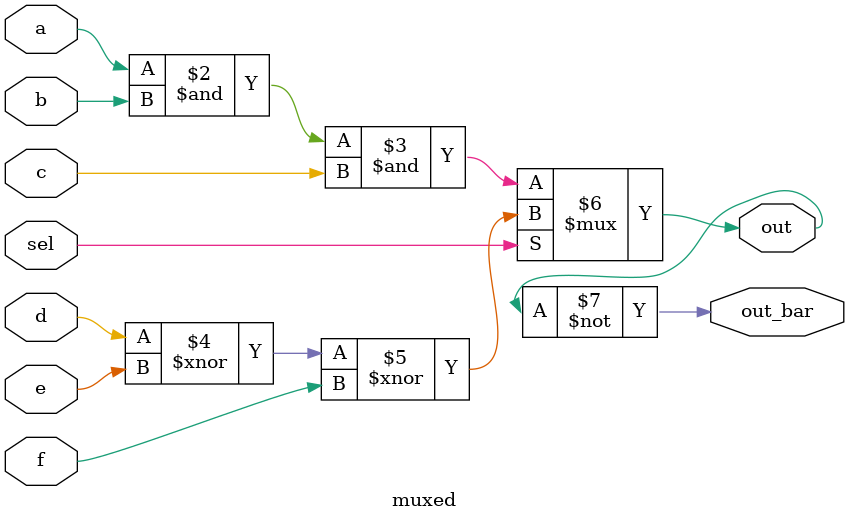
<source format=v>
module muxed (a ,b ,c ,d ,e ,f ,sel, out ,out_bar);

input a ,b ,c ,d ,e ,f ,sel;
output out ,out_bar;

assign out = (sel == 0)? (a & b & c) : (d ~^ e ~^ f);
assign out_bar = ~out ;

endmodule
</source>
